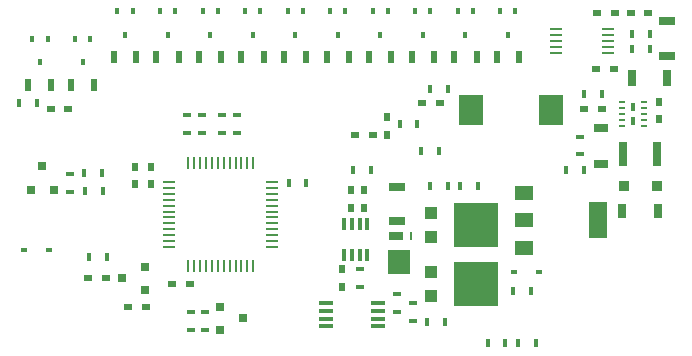
<source format=gbp>
G04 #@! TF.FileFunction,Paste,Bot*
%FSLAX46Y46*%
G04 Gerber Fmt 4.6, Leading zero omitted, Abs format (unit mm)*
G04 Created by KiCad (PCBNEW 4.0.7) date 02/25/18 23:04:30*
%MOMM*%
%LPD*%
G01*
G04 APERTURE LIST*
%ADD10C,0.100000*%
%ADD11R,0.640000X0.600000*%
%ADD12R,0.600000X0.640000*%
%ADD13R,1.280000X0.800000*%
%ADD14R,0.800000X1.280000*%
%ADD15R,0.480000X0.360000*%
%ADD16R,2.000000X2.640000*%
%ADD17R,0.880000X0.880000*%
%ADD18R,1.016000X1.120000*%
%ADD19R,3.840000X3.776000*%
%ADD20R,0.720000X1.360000*%
%ADD21R,0.720000X2.000000*%
%ADD22R,1.600000X3.040000*%
%ADD23R,1.600000X1.200000*%
%ADD24R,0.640000X0.720000*%
%ADD25R,0.720000X0.640000*%
%ADD26R,0.360000X0.560000*%
%ADD27R,0.400000X0.720000*%
%ADD28R,0.720000X0.400000*%
%ADD29R,1.360000X0.720000*%
%ADD30R,1.040000X0.200000*%
%ADD31R,0.200000X1.040000*%
%ADD32R,0.560000X0.200000*%
%ADD33R,0.384000X0.720000*%
%ADD34R,1.120000X0.240000*%
%ADD35R,0.320000X0.976000*%
%ADD36R,1.160000X0.360000*%
%ADD37R,1.840000X2.000000*%
%ADD38R,1.312000X0.800000*%
%ADD39R,0.280000X0.800000*%
%ADD40R,0.560000X1.040000*%
G04 APERTURE END LIST*
D10*
D11*
X147050000Y-78600000D03*
X148550000Y-78600000D03*
X150450000Y-81000000D03*
X151950000Y-81000000D03*
X155700000Y-79100000D03*
X154200000Y-79100000D03*
D12*
X152400000Y-70650000D03*
X152400000Y-69150000D03*
X151000000Y-70650000D03*
X151000000Y-69150000D03*
X172400000Y-64950000D03*
X172400000Y-66450000D03*
D11*
X169700000Y-66450000D03*
X171200000Y-66450000D03*
X175350000Y-63800000D03*
X176850000Y-63800000D03*
D13*
X190500000Y-65900000D03*
X190500000Y-68900000D03*
D11*
X189050000Y-64300000D03*
X190550000Y-64300000D03*
D12*
X195400000Y-65150000D03*
X195400000Y-63650000D03*
D14*
X192300000Y-72900000D03*
X195300000Y-72900000D03*
D11*
X193000000Y-56100000D03*
X194500000Y-56100000D03*
X191650000Y-56100000D03*
X190150000Y-56100000D03*
X190050000Y-60900000D03*
X191550000Y-60900000D03*
D12*
X168600000Y-79350000D03*
X168600000Y-77850000D03*
X169300000Y-71150000D03*
X169300000Y-72650000D03*
X170400000Y-71150000D03*
X170400000Y-72650000D03*
D15*
X183100000Y-78100000D03*
X185200000Y-78100000D03*
D16*
X186250000Y-64350000D03*
X179450000Y-64350000D03*
D17*
X192400000Y-70800000D03*
X195200000Y-70800000D03*
D18*
X176100000Y-78060000D03*
D19*
X179900000Y-79100000D03*
D18*
X176100000Y-80140000D03*
X176100000Y-73060000D03*
D19*
X179900000Y-74100000D03*
D18*
X176100000Y-75140000D03*
D20*
X196050000Y-61600000D03*
X193150000Y-61600000D03*
D21*
X195250000Y-68100000D03*
X192350000Y-68100000D03*
D22*
X190250000Y-73700000D03*
D23*
X183950000Y-73700000D03*
X183950000Y-71400000D03*
X183950000Y-76000000D03*
D24*
X144150000Y-71100000D03*
X142250000Y-71100000D03*
X143200000Y-69100000D03*
D25*
X158200000Y-82950000D03*
X158200000Y-81050000D03*
X160200000Y-82000000D03*
D26*
X181950000Y-56000000D03*
X183250000Y-56000000D03*
X182600000Y-58000000D03*
X178350000Y-56000000D03*
X179650000Y-56000000D03*
X179000000Y-58000000D03*
X174750000Y-56000000D03*
X176050000Y-56000000D03*
X175400000Y-58000000D03*
X171150000Y-56000000D03*
X172450000Y-56000000D03*
X171800000Y-58000000D03*
X167550000Y-56000000D03*
X168850000Y-56000000D03*
X168200000Y-58000000D03*
X163950000Y-56000000D03*
X165250000Y-56000000D03*
X164600000Y-58000000D03*
X160350000Y-56000000D03*
X161650000Y-56000000D03*
X161000000Y-58000000D03*
X156750000Y-56000000D03*
X158050000Y-56000000D03*
X157400000Y-58000000D03*
X153150000Y-56000000D03*
X154450000Y-56000000D03*
X153800000Y-58000000D03*
X149550000Y-56000000D03*
X150850000Y-56000000D03*
X150200000Y-58000000D03*
X145950000Y-58300000D03*
X147250000Y-58300000D03*
X146600000Y-60300000D03*
X142350000Y-58300000D03*
X143650000Y-58300000D03*
X143000000Y-60300000D03*
D27*
X184550000Y-79700000D03*
X183050000Y-79700000D03*
X180050000Y-70750000D03*
X178550000Y-70750000D03*
X177500000Y-70750000D03*
X176000000Y-70750000D03*
X184950000Y-84100000D03*
X183450000Y-84100000D03*
X182400000Y-84100000D03*
X180900000Y-84100000D03*
D28*
X145500000Y-71300000D03*
X145500000Y-69800000D03*
D27*
X148300000Y-71200000D03*
X146800000Y-71200000D03*
X146750000Y-69700000D03*
X148250000Y-69700000D03*
X147150000Y-76800000D03*
X148650000Y-76800000D03*
D28*
X155800000Y-82950000D03*
X155800000Y-81450000D03*
X157000000Y-82950000D03*
X157000000Y-81450000D03*
D27*
X174950000Y-65500000D03*
X173450000Y-65500000D03*
D28*
X156700000Y-64800000D03*
X156700000Y-66300000D03*
X159700000Y-64800000D03*
X159700000Y-66300000D03*
X158400000Y-64800000D03*
X158400000Y-66300000D03*
X155400000Y-64800000D03*
X155400000Y-66300000D03*
D27*
X177500000Y-62550000D03*
X176000000Y-62550000D03*
X141200000Y-63800000D03*
X142700000Y-63800000D03*
X194650000Y-57900000D03*
X193150000Y-57900000D03*
X194650000Y-59200000D03*
X193150000Y-59200000D03*
D29*
X196100000Y-56850000D03*
X196100000Y-59750000D03*
D28*
X170100000Y-77800000D03*
X170100000Y-79300000D03*
D29*
X173200000Y-73750000D03*
X173200000Y-70850000D03*
D28*
X174600000Y-80700000D03*
X174600000Y-82200000D03*
D27*
X175750000Y-82300000D03*
X177250000Y-82300000D03*
D28*
X173200000Y-81450000D03*
X173200000Y-79950000D03*
D25*
X151900000Y-77650000D03*
X151900000Y-79550000D03*
X149900000Y-78600000D03*
D30*
X162650000Y-70450000D03*
X162650000Y-70950000D03*
X162650000Y-71450000D03*
X162650000Y-71950000D03*
X162650000Y-72450000D03*
X162650000Y-72950000D03*
X162650000Y-73450000D03*
X162650000Y-73950000D03*
X162650000Y-74450000D03*
X162650000Y-74950000D03*
X162650000Y-75450000D03*
X162650000Y-75950000D03*
D31*
X161050000Y-77550000D03*
X160550000Y-77550000D03*
X160050000Y-77550000D03*
X159550000Y-77550000D03*
X159050000Y-77550000D03*
X158550000Y-77550000D03*
X158050000Y-77550000D03*
X157550000Y-77550000D03*
X157050000Y-77550000D03*
X156550000Y-77550000D03*
X156050000Y-77550000D03*
X155550000Y-77550000D03*
D30*
X153950000Y-75950000D03*
X153950000Y-75450000D03*
X153950000Y-74950000D03*
X153950000Y-74450000D03*
X153950000Y-73950000D03*
X153950000Y-73450000D03*
X153950000Y-72950000D03*
X153950000Y-72450000D03*
X153950000Y-71950000D03*
X153950000Y-71450000D03*
X153950000Y-70950000D03*
X153950000Y-70450000D03*
D31*
X155550000Y-68850000D03*
X156050000Y-68850000D03*
X156550000Y-68850000D03*
X157050000Y-68850000D03*
X157550000Y-68850000D03*
X158050000Y-68850000D03*
X158550000Y-68850000D03*
X159050000Y-68850000D03*
X159550000Y-68850000D03*
X160050000Y-68850000D03*
X160550000Y-68850000D03*
X161050000Y-68850000D03*
D32*
X192275000Y-65700000D03*
X192275000Y-65200000D03*
X192275000Y-64700000D03*
X192275000Y-64200000D03*
X192275000Y-63700000D03*
X194125000Y-63700000D03*
X194125000Y-64200000D03*
X194125000Y-64700000D03*
X194125000Y-65200000D03*
X194125000Y-65700000D03*
D33*
X193200000Y-64100000D03*
X193200000Y-65300000D03*
D34*
X186700000Y-59500000D03*
X186700000Y-59000000D03*
X186700000Y-58500000D03*
X186700000Y-58000000D03*
X186700000Y-57500000D03*
X191100000Y-57500000D03*
X191100000Y-58000000D03*
X191100000Y-58500000D03*
X191100000Y-59000000D03*
X191100000Y-59500000D03*
D35*
X170700000Y-76620000D03*
X170060000Y-76620000D03*
X169400000Y-76620000D03*
X168760000Y-76620000D03*
X168760000Y-74000000D03*
X169400000Y-74000000D03*
X170060000Y-74000000D03*
X170700000Y-74000000D03*
D36*
X167200000Y-82675000D03*
X167200000Y-82025000D03*
X167200000Y-81375000D03*
X167200000Y-80725000D03*
X171600000Y-80725000D03*
X171600000Y-81375000D03*
X171600000Y-82025000D03*
X171600000Y-82675000D03*
D37*
X173425000Y-77200000D03*
D38*
X173100000Y-75050000D03*
D39*
X174400000Y-75050000D03*
D40*
X181650000Y-59900000D03*
X183550000Y-59900000D03*
X178050000Y-59900000D03*
X179950000Y-59900000D03*
X174450000Y-59900000D03*
X176350000Y-59900000D03*
X170850000Y-59900000D03*
X172750000Y-59900000D03*
X167250000Y-59900000D03*
X169150000Y-59900000D03*
X163650000Y-59900000D03*
X165550000Y-59900000D03*
X160050000Y-59900000D03*
X161950000Y-59900000D03*
X156450000Y-59900000D03*
X158350000Y-59900000D03*
X152850000Y-59900000D03*
X154750000Y-59900000D03*
X149250000Y-59900000D03*
X151150000Y-59900000D03*
X145650000Y-62200000D03*
X147550000Y-62200000D03*
X142000000Y-62200000D03*
X143900000Y-62200000D03*
D27*
X187550000Y-69400000D03*
X189050000Y-69400000D03*
X175250000Y-67800000D03*
X176750000Y-67800000D03*
D28*
X188700000Y-68100000D03*
X188700000Y-66600000D03*
D27*
X164050000Y-70500000D03*
X165550000Y-70500000D03*
D15*
X143750000Y-76200000D03*
X141650000Y-76200000D03*
D27*
X190550000Y-63000000D03*
X189050000Y-63000000D03*
D11*
X145400000Y-64300000D03*
X143900000Y-64300000D03*
D27*
X169500000Y-69400000D03*
X171000000Y-69400000D03*
M02*

</source>
